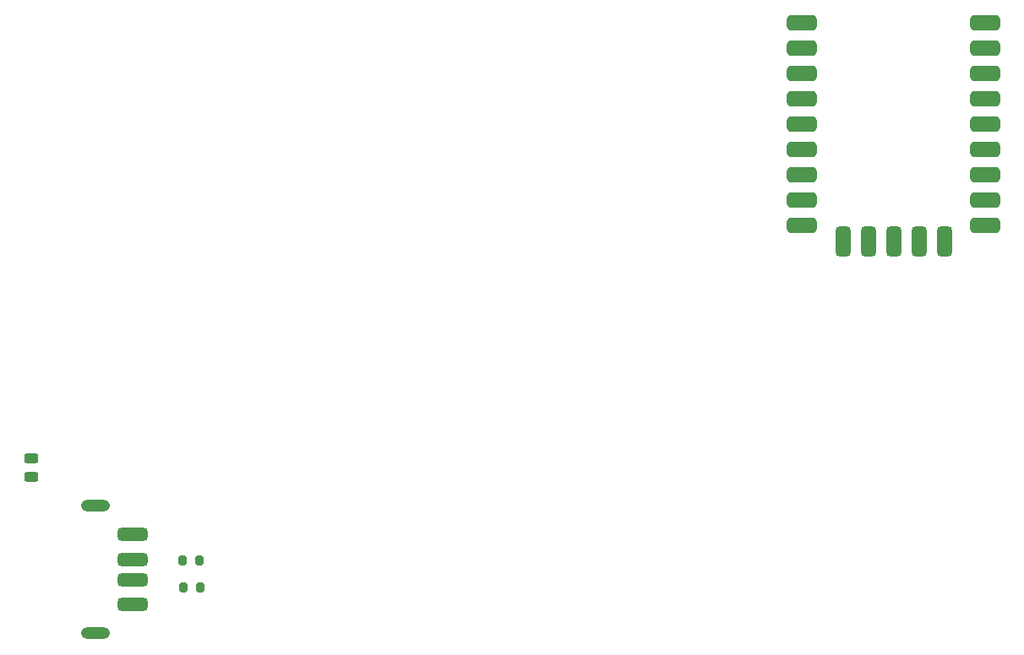
<source format=gbr>
%TF.GenerationSoftware,KiCad,Pcbnew,7.0.6*%
%TF.CreationDate,2024-02-01T15:41:42-05:00*%
%TF.ProjectId,Kolbebox_USB_Passthrough,4b6f6c62-6562-46f7-985f-5553425f5061,rev?*%
%TF.SameCoordinates,Original*%
%TF.FileFunction,Paste,Top*%
%TF.FilePolarity,Positive*%
%FSLAX46Y46*%
G04 Gerber Fmt 4.6, Leading zero omitted, Abs format (unit mm)*
G04 Created by KiCad (PCBNEW 7.0.6) date 2024-02-01 15:41:42*
%MOMM*%
%LPD*%
G01*
G04 APERTURE LIST*
G04 Aperture macros list*
%AMRoundRect*
0 Rectangle with rounded corners*
0 $1 Rounding radius*
0 $2 $3 $4 $5 $6 $7 $8 $9 X,Y pos of 4 corners*
0 Add a 4 corners polygon primitive as box body*
4,1,4,$2,$3,$4,$5,$6,$7,$8,$9,$2,$3,0*
0 Add four circle primitives for the rounded corners*
1,1,$1+$1,$2,$3*
1,1,$1+$1,$4,$5*
1,1,$1+$1,$6,$7*
1,1,$1+$1,$8,$9*
0 Add four rect primitives between the rounded corners*
20,1,$1+$1,$2,$3,$4,$5,0*
20,1,$1+$1,$4,$5,$6,$7,0*
20,1,$1+$1,$6,$7,$8,$9,0*
20,1,$1+$1,$8,$9,$2,$3,0*%
G04 Aperture macros list end*
%ADD10RoundRect,0.381000X1.119000X0.381000X-1.119000X0.381000X-1.119000X-0.381000X1.119000X-0.381000X0*%
%ADD11RoundRect,0.381000X-0.381000X1.119000X-0.381000X-1.119000X0.381000X-1.119000X0.381000X1.119000X0*%
%ADD12RoundRect,0.381000X0.381000X-1.119000X0.381000X1.119000X-0.381000X1.119000X-0.381000X-1.119000X0*%
%ADD13O,2.900000X1.200000*%
%ADD14RoundRect,0.325000X-1.175000X0.325000X-1.175000X-0.325000X1.175000X-0.325000X1.175000X0.325000X0*%
%ADD15RoundRect,0.243750X-0.456250X0.243750X-0.456250X-0.243750X0.456250X-0.243750X0.456250X0.243750X0*%
%ADD16RoundRect,0.200000X0.200000X0.275000X-0.200000X0.275000X-0.200000X-0.275000X0.200000X-0.275000X0*%
G04 APERTURE END LIST*
D10*
%TO.C,A1*%
X138160000Y-31840000D03*
X138160000Y-34380000D03*
X138160000Y-36920000D03*
X138160000Y-39460000D03*
X138160000Y-42000000D03*
X138160000Y-44540000D03*
X138160000Y-47080000D03*
X138160000Y-49620000D03*
X138160000Y-52160000D03*
D11*
X134080000Y-53700000D03*
X131540000Y-53700000D03*
X129000000Y-53700000D03*
X126460000Y-53700000D03*
D12*
X123920000Y-53700000D03*
D10*
X119840000Y-52160000D03*
X119840000Y-49620000D03*
X119840000Y-47080000D03*
X119840000Y-44540000D03*
X119840000Y-42000000D03*
X119840000Y-39460000D03*
X119840000Y-36920000D03*
X119840000Y-34380000D03*
X119840000Y-31840000D03*
%TD*%
D13*
%TO.C,USB Passthrough*%
X49010000Y-80260000D03*
X49010000Y-93060000D03*
D14*
X52710000Y-83160000D03*
X52710000Y-85660000D03*
X52710000Y-87660000D03*
X52710000Y-90160000D03*
%TD*%
D15*
%TO.C,F1*%
X42600000Y-75500000D03*
X42600000Y-77375000D03*
%TD*%
D16*
%TO.C,Re2*%
X59432500Y-85760000D03*
X57782500Y-85760000D03*
%TD*%
%TO.C,Re1*%
X59505000Y-88450000D03*
X57855000Y-88450000D03*
%TD*%
M02*

</source>
